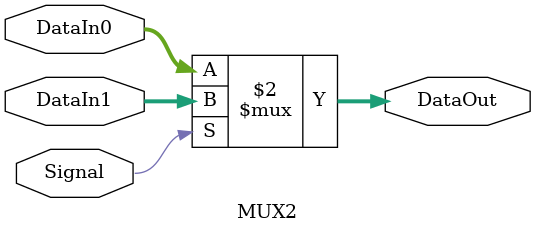
<source format=v>


module MUX2 #(parameter bits = 4)(
    input [bits-1:0] DataIn0,
    input [bits-1:0] DataIn1,
    input Signal,
    output [bits-1:0] DataOut
    );
    
    assign DataOut = (Signal == 1'b0) ? DataIn0 : DataIn1;
    
endmodule

</source>
